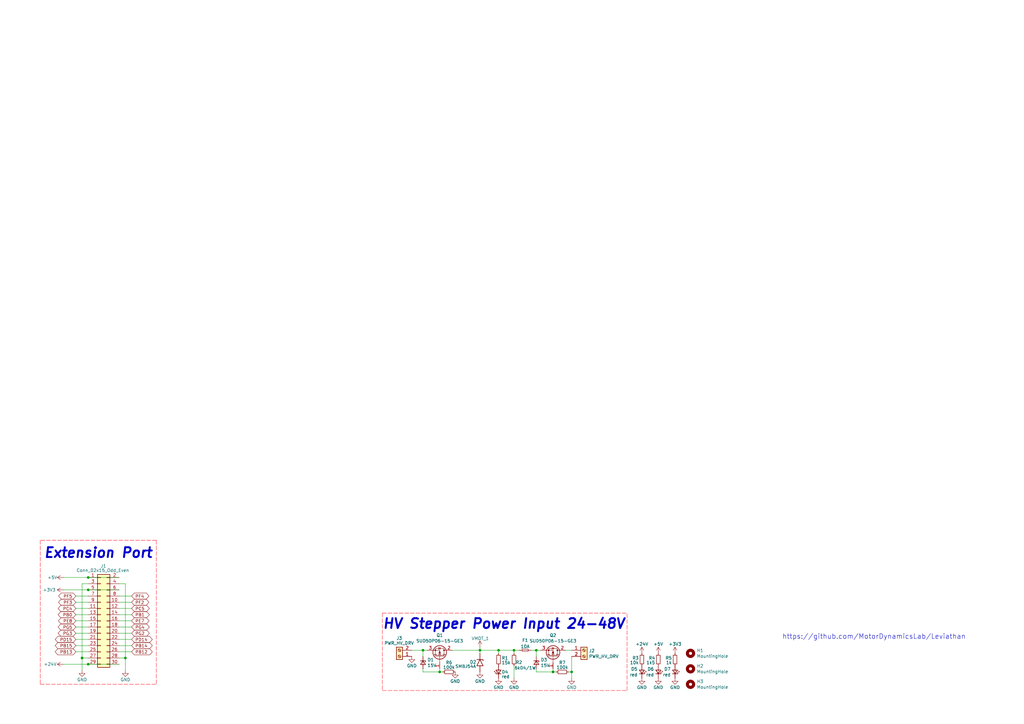
<source format=kicad_sch>
(kicad_sch (version 20231120) (generator "eeschema") (generator_version "8.0")
  (paper "A3")
  (title_block (title "Leviathan Mainboard") (date "2023-11-28") (rev "1.2") (company "Voron") (comment 1 "JNP"))
  (lib_symbols
    (symbol "Connector:Screw_Terminal_01x02" (pin_names (offset 1.016) hide)
      (property "Reference" "J" (at 0 2.54 0))
      (property "Value" "Screw_Terminal_01x02" (at 0 -5.08 0))
      (symbol "Screw_Terminal_01x02_1_1"
        (rectangle (start -1.27 1.27) (end 1.27 -3.81) (stroke (width 0.254)) (fill (type background)))
        (circle (center 0 -2.54) (radius 0.635) (stroke (width 0.1524)))
        (polyline (pts (xy -0.5334 -2.2098) (xy 0.3302 -3.048)) (stroke (width 0.1524)))
        (polyline (pts (xy -0.5334 0.3302) (xy 0.3302 -0.508)) (stroke (width 0.1524)))
        (polyline (pts (xy -0.3556 -2.032) (xy 0.508 -2.8702)) (stroke (width 0.1524)))
        (polyline (pts (xy -0.3556 0.508) (xy 0.508 -0.3302)) (stroke (width 0.1524)))
        (circle (center 0 0) (radius 0.635) (stroke (width 0.1524)))
        (pin passive line (at -5.08 0 0) (length 3.81) (name "Pin_1") (number "1"))
        (pin passive line (at -5.08 -2.54 0) (length 3.81) (name "Pin_2") (number "2"))
      )
    )
    (symbol "Connector_Generic:Conn_02x15_Odd_Even" (pin_names (offset 1.016) hide)
      (property "Reference" "J" (at 1.27 20.32 0))
      (property "Value" "Conn_02x15_Odd_Even" (at 1.27 -20.32 0))
      (symbol "Conn_02x15_Odd_Even_1_1"
        (rectangle (start -1.27 -17.653) (end 0 -17.907) (stroke (width 0.1524)))
        (rectangle (start -1.27 -15.113) (end 0 -15.367) (stroke (width 0.1524)))
        (rectangle (start -1.27 -12.573) (end 0 -12.827) (stroke (width 0.1524)))
        (rectangle (start -1.27 -10.033) (end 0 -10.287) (stroke (width 0.1524)))
        (rectangle (start -1.27 -7.493) (end 0 -7.747) (stroke (width 0.1524)))
        (rectangle (start -1.27 -4.953) (end 0 -5.207) (stroke (width 0.1524)))
        (rectangle (start -1.27 -2.413) (end 0 -2.667) (stroke (width 0.1524)))
        (rectangle (start -1.27 0.127) (end 0 -0.127) (stroke (width 0.1524)))
        (rectangle (start -1.27 2.667) (end 0 2.413) (stroke (width 0.1524)))
        (rectangle (start -1.27 5.207) (end 0 4.953) (stroke (width 0.1524)))
        (rectangle (start -1.27 7.747) (end 0 7.493) (stroke (width 0.1524)))
        (rectangle (start -1.27 10.287) (end 0 10.033) (stroke (width 0.1524)))
        (rectangle (start -1.27 12.827) (end 0 12.573) (stroke (width 0.1524)))
        (rectangle (start -1.27 15.367) (end 0 15.113) (stroke (width 0.1524)))
        (rectangle (start -1.27 17.907) (end 0 17.653) (stroke (width 0.1524)))
        (rectangle (start -1.27 19.05) (end 3.81 -19.05) (stroke (width 0.254)) (fill (type background)))
        (rectangle (start 3.81 -17.653) (end 2.54 -17.907) (stroke (width 0.1524)))
        (rectangle (start 3.81 -15.113) (end 2.54 -15.367) (stroke (width 0.1524)))
        (rectangle (start 3.81 -12.573) (end 2.54 -12.827) (stroke (width 0.1524)))
        (rectangle (start 3.81 -10.033) (end 2.54 -10.287) (stroke (width 0.1524)))
        (rectangle (start 3.81 -7.493) (end 2.54 -7.747) (stroke (width 0.1524)))
        (rectangle (start 3.81 -4.953) (end 2.54 -5.207) (stroke (width 0.1524)))
        (rectangle (start 3.81 -2.413) (end 2.54 -2.667) (stroke (width 0.1524)))
        (rectangle (start 3.81 0.127) (end 2.54 -0.127) (stroke (width 0.1524)))
        (rectangle (start 3.81 2.667) (end 2.54 2.413) (stroke (width 0.1524)))
        (rectangle (start 3.81 5.207) (end 2.54 4.953) (stroke (width 0.1524)))
        (rectangle (start 3.81 7.747) (end 2.54 7.493) (stroke (width 0.1524)))
        (rectangle (start 3.81 10.287) (end 2.54 10.033) (stroke (width 0.1524)))
        (rectangle (start 3.81 12.827) (end 2.54 12.573) (stroke (width 0.1524)))
        (rectangle (start 3.81 15.367) (end 2.54 15.113) (stroke (width 0.1524)))
        (rectangle (start 3.81 17.907) (end 2.54 17.653) (stroke (width 0.1524)))
        (pin passive line (at -5.08 17.78 0) (length 3.81) (name "Pin_1") (number "1"))
        (pin passive line (at 7.62 7.62 180) (length 3.81) (name "Pin_10") (number "10"))
        (pin passive line (at -5.08 5.08 0) (length 3.81) (name "Pin_11") (number "11"))
        (pin passive line (at 7.62 5.08 180) (length 3.81) (name "Pin_12") (number "12"))
        (pin passive line (at -5.08 2.54 0) (length 3.81) (name "Pin_13") (number "13"))
        (pin passive line (at 7.62 2.54 180) (length 3.81) (name "Pin_14") (number "14"))
        (pin passive line (at -5.08 0 0) (length 3.81) (name "Pin_15") (number "15"))
        (pin passive line (at 7.62 0 180) (length 3.81) (name "Pin_16") (number "16"))
        (pin passive line (at -5.08 -2.54 0) (length 3.81) (name "Pin_17") (number "17"))
        (pin passive line (at 7.62 -2.54 180) (length 3.81) (name "Pin_18") (number "18"))
        (pin passive line (at -5.08 -5.08 0) (length 3.81) (name "Pin_19") (number "19"))
        (pin passive line (at 7.62 17.78 180) (length 3.81) (name "Pin_2") (number "2"))
        (pin passive line (at 7.62 -5.08 180) (length 3.81) (name "Pin_20") (number "20"))
        (pin passive line (at -5.08 -7.62 0) (length 3.81) (name "Pin_21") (number "21"))
        (pin passive line (at 7.62 -7.62 180) (length 3.81) (name "Pin_22") (number "22"))
        (pin passive line (at -5.08 -10.16 0) (length 3.81) (name "Pin_23") (number "23"))
        (pin passive line (at 7.62 -10.16 180) (length 3.81) (name "Pin_24") (number "24"))
        (pin passive line (at -5.08 -12.7 0) (length 3.81) (name "Pin_25") (number "25"))
        (pin passive line (at 7.62 -12.7 180) (length 3.81) (name "Pin_26") (number "26"))
        (pin passive line (at -5.08 -15.24 0) (length 3.81) (name "Pin_27") (number "27"))
        (pin passive line (at 7.62 -15.24 180) (length 3.81) (name "Pin_28") (number "28"))
        (pin passive line (at -5.08 -17.78 0) (length 3.81) (name "Pin_29") (number "29"))
        (pin passive line (at -5.08 15.24 0) (length 3.81) (name "Pin_3") (number "3"))
        (pin passive line (at 7.62 -17.78 180) (length 3.81) (name "Pin_30") (number "30"))
        (pin passive line (at 7.62 15.24 180) (length 3.81) (name "Pin_4") (number "4"))
        (pin passive line (at -5.08 12.7 0) (length 3.81) (name "Pin_5") (number "5"))
        (pin passive line (at 7.62 12.7 180) (length 3.81) (name "Pin_6") (number "6"))
        (pin passive line (at -5.08 10.16 0) (length 3.81) (name "Pin_7") (number "7"))
        (pin passive line (at 7.62 10.16 180) (length 3.81) (name "Pin_8") (number "8"))
        (pin passive line (at -5.08 7.62 0) (length 3.81) (name "Pin_9") (number "9"))
      )
    )
    (symbol "Device:D_Zener_Small" (pin_numbers hide) (pin_names (offset 0.254) hide)
      (property "Reference" "D" (at 0 2.286 0))
      (property "Value" "D_Zener_Small" (at 0 -2.286 0))
      (symbol "D_Zener_Small_0_1"
        (polyline (pts (xy 0.762 0) (xy -0.762 0)))
        (polyline (pts (xy -0.254 1.016) (xy -0.762 1.016) (xy -0.762 -1.016)) (stroke (width 0.254)))
        (polyline (pts (xy 0.762 1.016) (xy -0.762 0) (xy 0.762 -1.016) (xy 0.762 1.016)) (stroke (width 0.254)))
      )
      (symbol "D_Zener_Small_1_1"
        (pin passive line (at -2.54 0 0) (length 1.778) (name "K") (number "1"))
        (pin passive line (at 2.54 0 180) (length 1.778) (name "A") (number "2"))
      )
    )
    (symbol "Device:Fuse_Small" (pin_numbers hide) (pin_names (offset 0.254) hide)
      (property "Reference" "F" (at 0 -1.524 0))
      (property "Value" "Fuse_Small" (at 0 1.524 0))
      (symbol "Fuse_Small_0_1"
        (rectangle (start -1.27 0.508) (end 1.27 -0.508))
        (polyline (pts (xy -1.27 0) (xy 1.27 0)))
      )
      (symbol "Fuse_Small_1_1"
        (pin passive line (at -2.54 0 0) (length 1.27) (name "~") (number "1"))
        (pin passive line (at 2.54 0 180) (length 1.27) (name "~") (number "2"))
      )
    )
    (symbol "Device:LED_Small" (pin_numbers hide) (pin_names (offset 0.254) hide)
      (property "Reference" "D" (at -1.27 3.175 0))
      (property "Value" "LED_Small" (at -4.445 -2.54 0))
      (symbol "LED_Small_0_1"
        (polyline (pts (xy -0.762 -1.016) (xy -0.762 1.016)) (stroke (width 0.254)))
        (polyline (pts (xy 1.016 0) (xy -0.762 0)))
        (polyline (pts (xy 0.762 -1.016) (xy -0.762 0) (xy 0.762 1.016) (xy 0.762 -1.016)) (stroke (width 0.254)))
        (polyline (pts (xy 0 0.762) (xy -0.508 1.27) (xy -0.254 1.27) (xy -0.508 1.27) (xy -0.508 1.016)))
        (polyline (pts (xy 0.508 1.27) (xy 0 1.778) (xy 0.254 1.778) (xy 0 1.778) (xy 0 1.524)))
      )
      (symbol "LED_Small_1_1"
        (pin passive line (at -2.54 0 0) (length 1.778) (name "K") (number "1"))
        (pin passive line (at 2.54 0 180) (length 1.778) (name "A") (number "2"))
      )
    )
    (symbol "Device:Q_PMOS_GDS" (pin_names (offset 0) hide)
      (property "Reference" "Q" (at 5.08 1.27 0))
      (property "Value" "Q_PMOS_GDS" (at 5.08 -1.27 0))
      (symbol "Q_PMOS_GDS_0_1"
        (polyline (pts (xy 0.254 0) (xy -2.54 0)))
        (polyline (pts (xy 0.254 1.905) (xy 0.254 -1.905)) (stroke (width 0.254)))
        (polyline (pts (xy 0.762 -1.27) (xy 0.762 -2.286)) (stroke (width 0.254)))
        (polyline (pts (xy 0.762 0.508) (xy 0.762 -0.508)) (stroke (width 0.254)))
        (polyline (pts (xy 0.762 2.286) (xy 0.762 1.27)) (stroke (width 0.254)))
        (polyline (pts (xy 2.54 2.54) (xy 2.54 1.778)))
        (polyline (pts (xy 2.54 -2.54) (xy 2.54 0) (xy 0.762 0)))
        (polyline (pts (xy 0.762 1.778) (xy 3.302 1.778) (xy 3.302 -1.778) (xy 0.762 -1.778)))
        (polyline (pts (xy 2.286 0) (xy 1.27 0.381) (xy 1.27 -0.381) (xy 2.286 0)) (fill (type outline)))
        (polyline (pts (xy 2.794 -0.508) (xy 2.921 -0.381) (xy 3.683 -0.381) (xy 3.81 -0.254)))
        (polyline (pts (xy 3.302 -0.381) (xy 2.921 0.254) (xy 3.683 0.254) (xy 3.302 -0.381)))
        (circle (center 1.651 0) (radius 2.794) (stroke (width 0.254)))
        (circle (center 2.54 -1.778) (radius 0.254) (fill (type outline)))
        (circle (center 2.54 1.778) (radius 0.254) (fill (type outline)))
      )
      (symbol "Q_PMOS_GDS_1_1"
        (pin input line (at -5.08 0 0) (length 2.54) (name "G") (number "1"))
        (pin passive line (at 2.54 5.08 270) (length 2.54) (name "D") (number "2"))
        (pin passive line (at 2.54 -5.08 90) (length 2.54) (name "S") (number "3"))
      )
    )
    (symbol "Device:R_Small" (pin_numbers hide) (pin_names (offset 0.254) hide)
      (property "Reference" "R" (at 0.762 0.508 0))
      (property "Value" "R_Small" (at 0.762 -1.016 0))
      (symbol "R_Small_0_1"
        (rectangle (start -0.762 1.778) (end 0.762 -1.778) (stroke (width 0.2032)))
      )
      (symbol "R_Small_1_1"
        (pin passive line (at 0 2.54 270) (length 0.762) (name "~") (number "1"))
        (pin passive line (at 0 -2.54 90) (length 0.762) (name "~") (number "2"))
      )
    )
    (symbol "Diode:SMF54A" (pin_numbers hide) (pin_names (offset 1.016) hide)
      (property "Reference" "D" (at 0 2.54 0))
      (property "Value" "SMF54A" (at 0 -2.54 0))
      (symbol "SMF54A_0_1"
        (polyline (pts (xy -0.762 1.27) (xy -1.27 1.27) (xy -1.27 -1.27)) (stroke (width 0.254)))
        (polyline (pts (xy 1.27 1.27) (xy 1.27 -1.27) (xy -1.27 0) (xy 1.27 1.27)) (stroke (width 0.254)))
      )
      (symbol "SMF54A_1_1"
        (pin passive line (at -3.81 0 0) (length 2.54) (name "A1") (number "1"))
        (pin passive line (at 3.81 0 180) (length 2.54) (name "A2") (number "2"))
      )
    )
    (symbol "Leviathan-rescue:VMOT_1-power" (pin_names (offset 1.016))
      (property "Value" "VMOT_1-power" (at 0 0 0))
      (symbol "VMOT_1-power_1_1"
        (polyline (pts (xy -0.762 1.27) (xy 0 2.54)))
        (polyline (pts (xy 0 0) (xy 0 2.54)))
        (polyline (pts (xy 0 2.54) (xy 0.762 1.27)))
        (pin power_in line (at 0 0 90) (length 0) hide (name "VMOT_1") (number "1"))
      )
    )
    (symbol "Mechanical:MountingHole" (pin_names (offset 1.016))
      (property "Reference" "H" (at 0 5.08 0))
      (property "Value" "MountingHole" (at 0 3.175 0))
      (symbol "MountingHole_0_1"
        (circle (center 0 0) (radius 1.27) (stroke (width 1.27)))
      )
    )
    (symbol "power:+24V" (power) (pin_names (offset 0))
      (property "Value" "+24V" (at 0 3.556 0))
      (symbol "+24V_0_1"
        (polyline (pts (xy -0.762 1.27) (xy 0 2.54)))
        (polyline (pts (xy 0 0) (xy 0 2.54)))
        (polyline (pts (xy 0 2.54) (xy 0.762 1.27)))
      )
      (symbol "+24V_1_1"
        (pin power_in line (at 0 0 90) (length 0) hide (name "+24V") (number "1"))
      )
    )
    (symbol "power:+3.3V" (power) (pin_names (offset 0))
      (property "Value" "+3.3V" (at 0 3.556 0))
      (symbol "+3.3V_0_1"
        (polyline (pts (xy -0.762 1.27) (xy 0 2.54)))
        (polyline (pts (xy 0 0) (xy 0 2.54)))
        (polyline (pts (xy 0 2.54) (xy 0.762 1.27)))
      )
      (symbol "+3.3V_1_1"
        (pin power_in line (at 0 0 90) (length 0) hide (name "+3V3") (number "1"))
      )
    )
    (symbol "power:+5V" (power) (pin_names (offset 0))
      (property "Value" "+5V" (at 0 3.556 0))
      (symbol "+5V_0_1"
        (polyline (pts (xy -0.762 1.27) (xy 0 2.54)))
        (polyline (pts (xy 0 0) (xy 0 2.54)))
        (polyline (pts (xy 0 2.54) (xy 0.762 1.27)))
      )
      (symbol "+5V_1_1"
        (pin power_in line (at 0 0 90) (length 0) hide (name "+5V") (number "1"))
      )
    )
    (symbol "power:GND" (power) (pin_names (offset 0))
      (property "Value" "GND" (at 0 -3.81 0))
      (symbol "GND_0_1"
        (polyline (pts (xy 0 0) (xy 0 -1.27) (xy 1.27 -1.27) (xy 0 -2.54) (xy -1.27 -1.27) (xy 0 -1.27)))
      )
      (symbol "GND_1_1"
        (pin power_in line (at 0 0 270) (length 0) hide (name "GND") (number "1"))
      )
    )
  )
  (junction (at 219.964 266.7))
  (junction (at 234.442 275.59))
  (junction (at 180.34 275.59))
  (junction (at 204.47 266.7))
  (junction (at 196.85 266.7))
  (junction (at 36.195 272.415))
  (junction (at 226.822 275.59))
  (junction (at 36.195 236.855))
  (junction (at 51.435 269.875))
  (junction (at 36.195 241.935))
  (junction (at 173.482 266.7))
  (junction (at 210.82 266.7))
  (junction (at 33.655 269.875))
  (wire (pts (xy 173.482 266.7) (xy 175.26 266.7)))
  (polyline (pts (xy 64.135 221.615) (xy 16.51 221.615)) (stroke (width 0) (type dash) (color 255 0 15 1)))
  (wire (pts (xy 234.442 275.59) (xy 234.442 278.13)))
  (wire (pts (xy 48.895 262.255) (xy 53.975 262.255)))
  (polyline (pts (xy 156.845 251.46) (xy 156.845 283.21)) (stroke (width 0) (type dash) (color 255 0 15 1)))
  (wire (pts (xy 31.115 259.715) (xy 36.195 259.715)))
  (wire (pts (xy 48.895 239.395) (xy 51.435 239.395)))
  (polyline (pts (xy 16.51 280.67) (xy 64.135 280.67)) (stroke (width 0) (type dash) (color 255 0 15 1)))
  (polyline (pts (xy 156.845 251.46) (xy 257.175 251.46)) (stroke (width 0) (type dash) (color 255 0 15 1)))
  (wire (pts (xy 219.964 266.7) (xy 219.964 269.24)))
  (wire (pts (xy 48.895 249.555) (xy 53.975 249.555)))
  (wire (pts (xy 173.482 266.7) (xy 173.482 269.24)))
  (wire (pts (xy 31.115 264.795) (xy 36.195 264.795)))
  (wire (pts (xy 48.895 259.715) (xy 53.975 259.715)))
  (wire (pts (xy 48.895 244.475) (xy 53.975 244.475)))
  (wire (pts (xy 36.195 239.395) (xy 33.655 239.395)))
  (wire (pts (xy 33.655 269.875) (xy 36.195 269.875)))
  (wire (pts (xy 168.91 266.7) (xy 173.482 266.7)))
  (wire (pts (xy 228.092 275.59) (xy 226.822 275.59)))
  (wire (pts (xy 180.34 275.59) (xy 180.34 274.32)))
  (wire (pts (xy 51.435 269.875) (xy 51.435 274.955)))
  (wire (pts (xy 51.435 239.395) (xy 51.435 269.875)))
  (wire (pts (xy 31.115 254.635) (xy 36.195 254.635)))
  (wire (pts (xy 48.895 267.335) (xy 53.975 267.335)))
  (wire (pts (xy 173.482 275.59) (xy 180.34 275.59)))
  (wire (pts (xy 233.172 275.59) (xy 234.442 275.59)))
  (polyline (pts (xy 257.175 283.21) (xy 257.175 251.46)) (stroke (width 0) (type dash) (color 255 0 15 1)))
  (wire (pts (xy 26.035 272.415) (xy 36.195 272.415)))
  (wire (pts (xy 31.115 257.175) (xy 36.195 257.175)))
  (wire (pts (xy 219.964 266.7) (xy 221.742 266.7)))
  (wire (pts (xy 31.115 244.475) (xy 36.195 244.475)))
  (wire (pts (xy 31.115 249.555) (xy 36.195 249.555)))
  (wire (pts (xy 26.035 236.855) (xy 36.195 236.855)))
  (wire (pts (xy 231.902 266.7) (xy 234.442 266.7)))
  (polyline (pts (xy 64.135 221.615) (xy 64.135 280.67)) (stroke (width 0) (type dash) (color 255 0 15 1)))
  (wire (pts (xy 36.195 236.855) (xy 48.895 236.855)))
  (wire (pts (xy 196.85 266.7) (xy 196.85 267.97)))
  (wire (pts (xy 36.195 272.415) (xy 48.895 272.415)))
  (wire (pts (xy 31.115 252.095) (xy 36.195 252.095)))
  (wire (pts (xy 48.895 264.795) (xy 53.975 264.795)))
  (wire (pts (xy 48.895 257.175) (xy 53.975 257.175)))
  (polyline (pts (xy 156.845 283.21) (xy 257.175 283.21)) (stroke (width 0) (type dash) (color 255 0 15 1)))
  (wire (pts (xy 31.115 267.335) (xy 36.195 267.335)))
  (wire (pts (xy 234.442 269.24) (xy 234.442 275.59)))
  (wire (pts (xy 219.964 275.59) (xy 226.822 275.59)))
  (wire (pts (xy 196.85 266.7) (xy 204.47 266.7)))
  (wire (pts (xy 36.195 241.935) (xy 48.895 241.935)))
  (wire (pts (xy 31.115 262.255) (xy 36.195 262.255)))
  (wire (pts (xy 204.47 266.7) (xy 210.82 266.7)))
  (wire (pts (xy 173.482 274.32) (xy 173.482 275.59)))
  (wire (pts (xy 181.61 275.59) (xy 180.34 275.59)))
  (wire (pts (xy 226.822 275.59) (xy 226.822 274.32)))
  (wire (pts (xy 26.035 241.935) (xy 36.195 241.935)))
  (wire (pts (xy 185.42 266.7) (xy 196.85 266.7)))
  (wire (pts (xy 217.932 266.7) (xy 219.964 266.7)))
  (wire (pts (xy 48.895 247.015) (xy 53.975 247.015)))
  (wire (pts (xy 33.655 269.875) (xy 33.655 274.955)))
  (wire (pts (xy 48.895 254.635) (xy 53.975 254.635)))
  (wire (pts (xy 48.895 252.095) (xy 53.975 252.095)))
  (polyline (pts (xy 16.51 221.615) (xy 16.51 280.67)) (stroke (width 0) (type dash) (color 255 0 15 1)))
  (wire (pts (xy 33.655 239.395) (xy 33.655 269.875)))
  (wire (pts (xy 196.85 265.43) (xy 196.85 266.7)))
  (wire (pts (xy 210.82 273.05) (xy 210.82 278.13)))
  (wire (pts (xy 48.895 269.875) (xy 51.435 269.875)))
  (wire (pts (xy 219.964 274.32) (xy 219.964 275.59)))
  (wire (pts (xy 210.82 266.7) (xy 212.852 266.7)))
  (wire (pts (xy 204.47 266.7) (xy 204.47 267.97)))
  (wire (pts (xy 210.82 266.7) (xy 210.82 267.97)))
  (wire (pts (xy 31.115 247.015) (xy 36.195 247.015)))
  (text "Extension Port" (at 17.78 229.235 0) (effects (font (size 4 4) (thickness 0.8) (bold yes) (italic yes)) (justify left bottom)))
  (text "HV Stepper Power Input 24-48V" (at 156.718 258.318 0) (effects (font (size 4 4) (bold yes) (italic yes)) (justify left bottom)))
  (text "https://github.com/MotorDynamicsLab/Leviathan" (at 320.802 262.382 0) (effects (font (size 2 2)) (justify left bottom)))
  (global_label "PE7" (shape bidirectional) (at 53.975 254.635 0) (property "Intersheetrefs" "${INTERSHEET_REFS}" (effects (hide yes))))
  (global_label "PB13" (shape bidirectional) (at 31.115 267.335 180) (property "Intersheetrefs" "${INTERSHEET_REFS}" (effects (hide yes))))
  (global_label "PB0" (shape bidirectional) (at 31.115 252.095 180) (property "Intersheetrefs" "${INTERSHEET_REFS}" (effects (hide yes))))
  (global_label "PG2" (shape bidirectional) (at 53.975 259.715 0) (property "Intersheetrefs" "${INTERSHEET_REFS}" (effects (hide yes))))
  (global_label "PG4" (shape bidirectional) (at 53.975 257.175 0) (property "Intersheetrefs" "${INTERSHEET_REFS}" (effects (hide yes))))
  (global_label "PD14" (shape bidirectional) (at 53.975 262.255 0) (property "Intersheetrefs" "${INTERSHEET_REFS}" (effects (hide yes))))
  (global_label "PB1" (shape bidirectional) (at 53.975 252.095 0) (property "Intersheetrefs" "${INTERSHEET_REFS}" (effects (hide yes))))
  (global_label "PB12" (shape bidirectional) (at 53.975 267.335 0) (property "Intersheetrefs" "${INTERSHEET_REFS}" (effects (hide yes))))
  (global_label "PF3" (shape bidirectional) (at 31.115 247.015 180) (property "Intersheetrefs" "${INTERSHEET_REFS}" (effects (hide yes))))
  (global_label "PG5" (shape bidirectional) (at 31.115 257.175 180) (property "Intersheetrefs" "${INTERSHEET_REFS}" (effects (hide yes))))
  (global_label "PD15" (shape bidirectional) (at 31.115 262.255 180) (property "Intersheetrefs" "${INTERSHEET_REFS}" (effects (hide yes))))
  (global_label "PC5" (shape bidirectional) (at 53.975 249.555 0) (property "Intersheetrefs" "${INTERSHEET_REFS}" (effects (hide yes))))
  (global_label "PF4" (shape bidirectional) (at 53.975 244.475 0) (property "Intersheetrefs" "${INTERSHEET_REFS}" (effects (hide yes))))
  (global_label "PB14" (shape bidirectional) (at 53.975 264.795 0) (property "Intersheetrefs" "${INTERSHEET_REFS}" (effects (hide yes))))
  (global_label "PB15" (shape bidirectional) (at 31.115 264.795 180) (property "Intersheetrefs" "${INTERSHEET_REFS}" (effects (hide yes))))
  (global_label "PF2" (shape bidirectional) (at 53.975 247.015 0) (property "Intersheetrefs" "${INTERSHEET_REFS}" (effects (hide yes))))
  (global_label "PE8" (shape bidirectional) (at 31.115 254.635 180) (property "Intersheetrefs" "${INTERSHEET_REFS}" (effects (hide yes))))
  (global_label "PC4" (shape bidirectional) (at 31.115 249.555 180) (property "Intersheetrefs" "${INTERSHEET_REFS}" (effects (hide yes))))
  (global_label "PG3" (shape bidirectional) (at 31.115 259.715 180) (property "Intersheetrefs" "${INTERSHEET_REFS}" (effects (hide yes))))
  (global_label "PF5" (shape bidirectional) (at 31.115 244.475 180) (property "Intersheetrefs" "${INTERSHEET_REFS}" (effects (hide yes))))
  (symbol (lib_id "Mechanical:MountingHole") (at 283.21 267.97 0) (unit 1) (in_bom no)
    (property "Reference" "H1" (at 285.75 266.8016 0) (effects (justify left)))
    (property "Value" "MountingHole" (at 285.75 269.113 0) (effects (justify left)))
    (property "Footprint" "MountingHole:MountingHole_3.2mm_M3_Pad_TopBottom" (effects (hide yes)))
  )
  (symbol (lib_id "Mechanical:MountingHole") (at 283.21 274.32 0) (unit 1) (in_bom no)
    (property "Reference" "H2" (at 285.75 273.1516 0) (effects (justify left)))
    (property "Value" "MountingHole" (at 285.75 275.463 0) (effects (justify left)))
    (property "Footprint" "MountingHole:MountingHole_3.2mm_M3_Pad_TopBottom" (effects (hide yes)))
  )
  (symbol (lib_id "Leviathan-rescue:VMOT_1-power") (at 196.85 265.43 0) (unit 1)
    (property "Reference" "#PWR3" (effects (hide yes)))
    (property "Value" "VMOT_1" (at 196.977 261.874 0))
  )
  (symbol (lib_id "Device:Q_PMOS_GDS") (at 226.822 269.24 270) (mirror x) (unit 1)
    (property "Reference" "Q2" (at 226.822 260.5532 90))
    (property "Value" "SUD50P06-15-GE3" (at 226.822 262.8646 90))
    (property "Footprint" "Package_TO_SOT_SMD:TO-252-2" (effects (hide yes)))
    (property "LCSC" "C141584" (effects (hide yes)))
  )
  (symbol (lib_id "Device:D_Zener_Small") (at 219.964 271.78 270) (unit 1)
    (property "Reference" "D3" (at 221.742 270.6116 90) (effects (justify left)))
    (property "Value" "15V" (at 221.742 272.923 90) (effects (justify left)))
    (property "Footprint" "Diode_SMD:D_SOD-123" (effects (hide yes)))
    (property "LCSC" "C177014" (effects (hide yes)))
  )
  (symbol (lib_id "Device:R_Small") (at 230.632 275.59 90) (unit 1)
    (property "Reference" "R7" (at 230.632 271.78 90))
    (property "Value" "100k" (at 230.632 273.685 90))
    (property "Footprint" "Resistor_SMD:R_0603_1608Metric" (effects (hide yes)))
    (property "LCSC" "C14675" (effects (hide yes)))
  )
  (symbol (lib_id "Device:R_Small") (at 210.82 270.51 180) (unit 1)
    (property "Reference" "R2" (at 212.852 271.653 0))
    (property "Value" "6k04/1W" (at 215.392 273.939 0))
    (property "Footprint" "Resistor_SMD:R_2512_6332Metric" (effects (hide yes)))
    (property "LCSC" "C421527" (effects (hide yes)))
  )
  (symbol (lib_id "Device:LED_Small") (at 204.47 275.59 90) (unit 1)
    (property "Reference" "D4" (at 205.74 275.59 90) (effects (justify right)))
    (property "Value" "red" (at 205.74 277.495 90) (effects (justify right)))
    (property "Footprint" "LED_SMD:LED_0603_1608Metric" (effects (hide yes)))
    (property "LCSC" "C434419" (effects (hide yes)))
  )
  (symbol (lib_id "Device:R_Small") (at 204.47 270.51 0) (mirror x) (unit 1)
    (property "Reference" "R1" (at 205.74 269.875 0) (effects (justify left)))
    (property "Value" "15k" (at 205.74 271.78 0) (effects (justify left)))
    (property "Footprint" "Resistor_SMD:R_0603_1608Metric" (effects (hide yes)))
    (property "LCSC" "C73802" (effects (hide yes)))
  )
  (symbol (lib_id "power:GND") (at 204.47 278.13 0) (unit 1)
    (property "Reference" "#PWR013" (effects (hide yes)))
    (property "Value" "GND" (at 204.47 281.94 0))
  )
  (symbol (lib_id "power:GND") (at 210.82 278.13 0) (unit 1)
    (property "Reference" "#PWR014" (effects (hide yes)))
    (property "Value" "GND" (at 210.82 281.94 0))
  )
  (symbol (lib_id "Connector:Screw_Terminal_01x02") (at 239.522 266.7 0) (unit 1)
    (property "Reference" "J2" (at 241.554 266.9032 0) (effects (justify left)))
    (property "Value" "PWR_HV_DRV" (at 241.554 269.2146 0) (effects (justify left)))
    (property "Footprint" "TerminalBlock_Phoenix:TerminalBlock_Phoenix_MKDS-1,5-2_1x02_P5.00mm_Horizontal" (effects (hide yes)))
  )
  (symbol (lib_id "power:GND") (at 234.442 278.13 0) (unit 1)
    (property "Reference" "#PWR015" (effects (hide yes)))
    (property "Value" "GND" (at 234.442 281.94 0))
  )
  (symbol (lib_id "Device:D_Zener_Small") (at 173.482 271.78 270) (unit 1)
    (property "Reference" "D1" (at 175.26 270.6116 90) (effects (justify left)))
    (property "Value" "15V" (at 175.26 272.923 90) (effects (justify left)))
    (property "Footprint" "Diode_SMD:D_SOD-123" (effects (hide yes)))
    (property "LCSC" "C177014" (effects (hide yes)))
  )
  (symbol (lib_id "Device:LED_Small") (at 270.002 275.59 270) (mirror x) (unit 1)
    (property "Reference" "D6" (at 268.224 274.4216 90) (effects (justify right)))
    (property "Value" "red" (at 268.224 276.733 90) (effects (justify right)))
    (property "Footprint" "LED_SMD:LED_0603_1608Metric" (effects (hide yes)))
    (property "LCSC" "C434419" (effects (hide yes)))
  )
  (symbol (lib_id "power:GND") (at 196.85 275.59 0) (unit 1)
    (property "Reference" "#PWR012" (effects (hide yes)))
    (property "Value" "GND" (at 196.85 279.4 0))
  )
  (symbol (lib_id "Device:Fuse_Small") (at 215.392 266.7 0) (unit 1)
    (property "Reference" "F1" (at 215.392 262.6192 0))
    (property "Value" "10A" (at 215.392 265.1561 0))
    (property "Footprint" "Fuse:Fuseholder_Littelfuse_Nano2_154x" (effects (hide yes)))
    (property "LCSC" "C206921" (effects (hide yes)))
  )
  (symbol (lib_id "power:+24V") (at 26.035 272.415 90) (mirror x) (unit 1)
    (property "Reference" "#PWR08" (effects (hide yes)))
    (property "Value" "+24V" (at 23.241 272.415 90) (effects (justify left)))
  )
  (symbol (lib_id "power:GND") (at 168.91 269.24 0) (unit 1)
    (property "Reference" "#PWR07" (effects (hide yes)))
    (property "Value" "GND" (at 168.91 273.05 0))
  )
  (symbol (lib_id "Device:R_Small") (at 263.271 270.51 180) (unit 1)
    (property "Reference" "R3" (at 262.001 269.875 0) (effects (justify left)))
    (property "Value" "10k" (at 262.001 271.78 0) (effects (justify left)))
    (property "Footprint" "Resistor_SMD:R_0603_1608Metric" (effects (hide yes)))
    (property "LCSC#" "C384294" (effects (hide yes)))
  )
  (symbol (lib_id "Connector_Generic:Conn_02x15_Odd_Even") (at 41.275 254.635 0) (unit 1)
    (property "Reference" "J1" (at 42.418 232.156 0))
    (property "Value" "Conn_02x15_Odd_Even" (at 42.164 233.934 0))
    (property "Footprint" "Connector_PinHeader_2.54mm:PinHeader_2x15_P2.54mm_Horizontal" (effects (hide yes)))
  )
  (symbol (lib_id "Diode:SMF54A") (at 196.85 271.78 270) (unit 1)
    (property "Reference" "D2" (at 192.659 271.526 90) (effects (justify left)))
    (property "Value" "SMBJ54A" (at 186.69 273.304 90) (effects (justify left)))
    (property "Footprint" "Diode_SMD:D_SMB" (effects (hide yes)))
    (property "LCSC" "C353352" (effects (hide yes)))
  )
  (symbol (lib_id "Mechanical:MountingHole") (at 283.21 280.67 0) (unit 1) (in_bom no)
    (property "Reference" "H3" (at 285.75 279.5016 0) (effects (justify left)))
    (property "Value" "MountingHole" (at 285.75 281.813 0) (effects (justify left)))
    (property "Footprint" "MountingHole:MountingHole_3.2mm_M3_Pad_TopBottom" (effects (hide yes)))
  )
  (symbol (lib_id "power:GND") (at 33.655 274.955 0) (unit 1)
    (property "Reference" "#PWR09" (effects (hide yes)))
    (property "Value" "GND" (at 33.655 278.765 0))
  )
  (symbol (lib_id "power:GND") (at 51.435 274.955 0) (unit 1)
    (property "Reference" "#PWR010" (effects (hide yes)))
    (property "Value" "GND" (at 51.435 278.765 0))
  )
  (symbol (lib_id "Connector:Screw_Terminal_01x02") (at 163.83 269.24 180) (unit 1)
    (property "Reference" "J3" (at 164.973 261.747 0) (effects (justify left)))
    (property "Value" "PWR_HV_DRV" (at 169.799 263.779 0) (effects (justify left)))
    (property "Footprint" "TerminalBlock_Phoenix:TerminalBlock_Phoenix_MKDS-1,5-2_1x02_P5.00mm_Horizontal" (effects (hide yes)))
  )
  (symbol (lib_id "power:+24V") (at 263.271 267.97 0) (mirror y) (unit 1)
    (property "Reference" "#PWR04" (effects (hide yes)))
    (property "Value" "+24V" (at 265.938 264.16 0) (effects (justify left)))
  )
  (symbol (lib_id "power:+5V") (at 270.002 267.97 0) (mirror y) (unit 1)
    (property "Reference" "#PWR05" (effects (hide yes)))
    (property "Value" "+5V" (at 270.002 264.16 0))
  )
  (symbol (lib_id "Device:Q_PMOS_GDS") (at 180.34 269.24 270) (mirror x) (unit 1)
    (property "Reference" "Q1" (at 180.34 260.5532 90))
    (property "Value" "SUD50P06-15-GE3" (at 180.34 262.8646 90))
    (property "Footprint" "Package_TO_SOT_SMD:TO-252-2" (effects (hide yes)))
    (property "LCSC" "C141584" (effects (hide yes)))
  )
  (symbol (lib_id "power:+3.3V") (at 26.035 241.935 90) (unit 1)
    (property "Reference" "#PWR02" (effects (hide yes)))
    (property "Value" "+3V3" (at 20.193 241.935 90))
  )
  (symbol (lib_id "Device:LED_Small") (at 276.86 275.59 270) (mirror x) (unit 1)
    (property "Reference" "D7" (at 275.082 274.4216 90) (effects (justify right)))
    (property "Value" "red" (at 275.082 276.733 90) (effects (justify right)))
    (property "Footprint" "LED_SMD:LED_0603_1608Metric" (effects (hide yes)))
    (property "LCSC" "C434419" (effects (hide yes)))
  )
  (symbol (lib_id "power:GND") (at 276.86 278.13 0) (mirror y) (unit 1)
    (property "Reference" "#PWR018" (effects (hide yes)))
    (property "Value" "GND" (at 276.86 281.94 0))
  )
  (symbol (lib_id "power:+3.3V") (at 276.86 267.97 0) (mirror y) (unit 1)
    (property "Reference" "#PWR06" (effects (hide yes)))
    (property "Value" "+3V3" (at 276.86 264.16 0))
  )
  (symbol (lib_id "power:GND") (at 263.271 278.13 0) (mirror y) (unit 1)
    (property "Reference" "#PWR016" (effects (hide yes)))
    (property "Value" "GND" (at 263.271 281.94 0))
  )
  (symbol (lib_id "power:+5V") (at 26.035 236.855 90) (mirror x) (unit 1)
    (property "Reference" "#PWR01" (effects (hide yes)))
    (property "Value" "+5V" (at 21.463 236.855 90))
  )
  (symbol (lib_id "power:GND") (at 270.002 278.13 0) (mirror y) (unit 1)
    (property "Reference" "#PWR017" (effects (hide yes)))
    (property "Value" "GND" (at 270.002 281.94 0))
  )
  (symbol (lib_id "Device:R_Small") (at 184.15 275.59 90) (unit 1)
    (property "Reference" "R6" (at 184.15 271.78 90))
    (property "Value" "100k" (at 184.15 273.685 90))
    (property "Footprint" "Resistor_SMD:R_0603_1608Metric" (effects (hide yes)))
    (property "LCSC" "C14675" (effects (hide yes)))
  )
  (symbol (lib_id "Device:R_Small") (at 270.002 270.51 180) (unit 1)
    (property "Reference" "R4" (at 268.732 269.875 0) (effects (justify left)))
    (property "Value" "1k5" (at 268.732 271.78 0) (effects (justify left)))
    (property "Footprint" "Resistor_SMD:R_0603_1608Metric" (effects (hide yes)))
    (property "LCSC" "C22843" (effects (hide yes)))
  )
  (symbol (lib_id "power:GND") (at 186.69 275.59 0) (unit 1)
    (property "Reference" "#PWR011" (effects (hide yes)))
    (property "Value" "GND" (at 186.69 279.4 0))
  )
  (symbol (lib_id "Device:LED_Small") (at 263.271 275.59 270) (mirror x) (unit 1)
    (property "Reference" "D5" (at 261.493 274.4216 90) (effects (justify right)))
    (property "Value" "red" (at 261.493 276.733 90) (effects (justify right)))
    (property "Footprint" "LED_SMD:LED_0603_1608Metric" (effects (hide yes)))
    (property "LCSC" "C434419" (effects (hide yes)))
  )
  (symbol (lib_id "Device:R_Small") (at 276.86 270.51 180) (unit 1)
    (property "Reference" "R5" (at 275.59 269.875 0) (effects (justify left)))
    (property "Value" "1k" (at 275.59 271.78 0) (effects (justify left)))
    (property "Footprint" "Resistor_SMD:R_0603_1608Metric" (effects (hide yes)))
    (property "LCSC" "C14676" (effects (hide yes)))
  )
)
</source>
